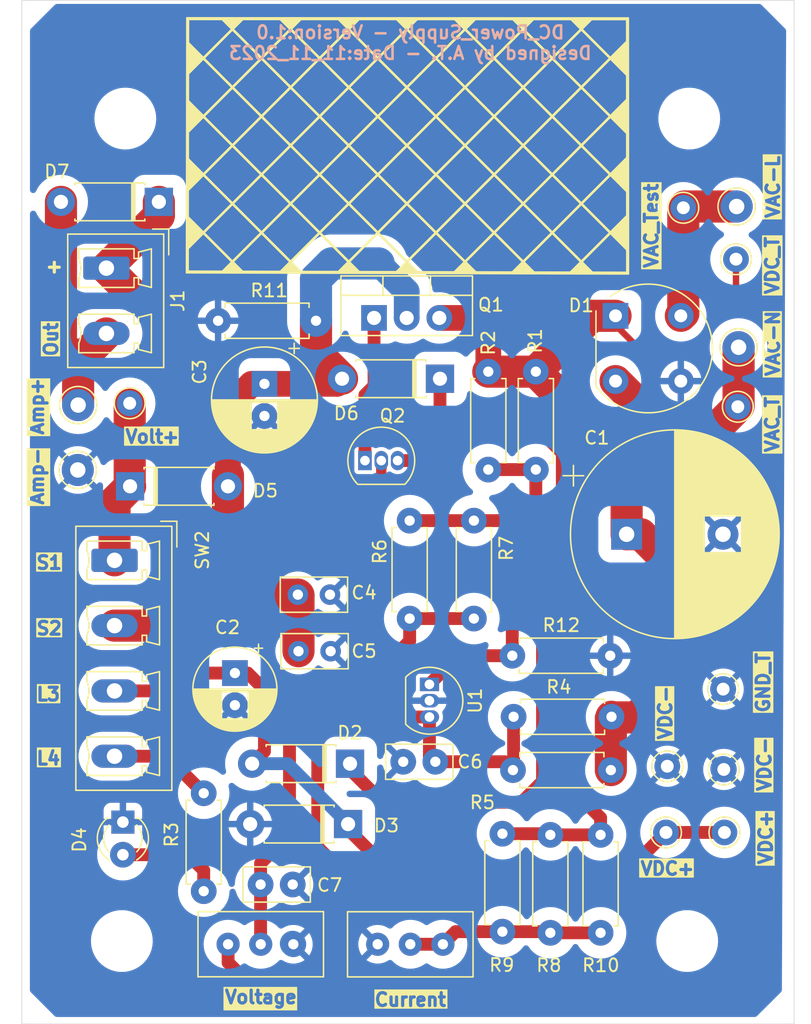
<source format=kicad_pcb>
(kicad_pcb (version 20221018) (generator pcbnew)
  (title_block (title "Linear Power Supply 0 a 24v - 500mA") (rev "1.0"))
  (layers (0 "F.Cu" jumper) (31 "B.Cu" signal) (34 "B.Paste" user) (35 "F.Paste" user) (36 "B.SilkS" user "B.Silkscreen") (37 "F.SilkS" user "F.Silkscreen") (38 "B.Mask" user) (39 "F.Mask" user) (44 "Edge.Cuts" user))
  (net 0 "")
  (net 1 "32VDC")
  (net 2 "GND")
  (net 3 "24VAC-N")
  (net 4 "24VAC-F")
  (net 5 "Net-(Q1-B)")
  (net 6 "Net-(D4-A)")
  (net 7 "Net-(R10-Pad2)")
  (net 8 "Net-(D2-K)")
  (net 9 "Net-(U1-K)")
  (net 10 "Net-(Q2-B)")
  (net 11 "Net-(D6-K)")
  (net 12 "Net-(U1-REF)")
  (net 13 "/SW+")
  (net 14 "/SW_Led")
  (net 15 "Net-(D5-A)")
  (net 16 "Net-(D5-K)")
  (net 17 "Net-(D7-K)")
  (net 18 "Net-(D7-A)")
  (footprint "TestPoint:TestPoint_THTPad_D2.0mm_Drill1.0mm" (layer "F.Cu") (at 186.826 63.54 90)
    (fp_text reference "TP1" hide)
    (fp_text value "VDC_Test")
    (pad "1" thru_hole circle (at 0 0 90) (size 2 2) (drill 1) (layers "*.Cu" "*.Mask") (net 1 "32VDC"))
  )
  (footprint "Diode_THT:D_DO-41_SOD81_P7.62mm_Horizontal" (layer "F.Cu") (at 156.786 102.79 180)
    (fp_text reference "D2" (at 0.01 2.4) (layer "F.SilkS"))
    (fp_text value "12v")
    (pad "1" thru_hole rect (at 0 0 180) (size 2.2 2.2) (drill 1.1) (layers "*.Cu" "*.Mask") (net 8 "Net-(D2-K)"))
    (pad "2" thru_hole oval (at 7.62 0 180) (size 2.2 2.2) (drill 1.1) (layers "*.Cu" "*.Mask") (net 13 "/SW+"))
  )
  (footprint "MountingHole:MountingHole_4.3mm_M4" (layer "F.Cu") (at 139.296 52.6)
    (fp_text reference "REF**" hide)
    (fp_text value "MountingHole_4.3mm_M4")
    (pad "" np_thru_hole circle (at 0 0) (size 4.3 4.3) (drill 4.3) (layers "*.Cu" "*.Mask"))
  )
  (footprint "TestPoint:TestPoint_THTPad_D2.5mm_Drill1.2mm" (layer "F.Cu") (at 187.026 70.39 90)
    (fp_text reference "TP4" hide)
    (fp_text value "VAC-N")
    (pad "1" thru_hole circle (at 0 0 90) (size 2.5 2.5) (drill 1.2) (layers "*.Cu" "*.Mask") (net 3 "24VAC-N"))
  )
  (footprint "Resistor_THT:R_Axial_DIN0207_L6.3mm_D2.5mm_P7.62mm_Horizontal" (layer "F.Cu") (at 167.547777 79.90918 90)
    (fp_text reference "R2" (at 9.86 0 90) (layer "F.SilkS"))
    (fp_text value "2k2")
    (pad "1" thru_hole circle (at 0 0 90) (size 2 2) (drill 0.8) (layers "*.Cu" "*.Mask") (net 8 "Net-(D2-K)"))
    (pad "2" thru_hole oval (at 7.62 0 90) (size 2 2) (drill 0.8) (layers "*.Cu" "*.Mask") (net 1 "32VDC"))
  )
  (footprint "Package_TO_SOT_THT:TO-220-3_Vertical" (layer "F.Cu") (at 158.656 68.11)
    (fp_text reference "Q1" (at 9.091777 -1.02082) (layer "F.SilkS"))
    (fp_text value "TIP32C")
    (pad "1" thru_hole rect (at 0 0) (size 2 2) (drill 1.1) (layers "*.Cu" "*.Mask") (net 5 "Net-(Q1-B)"))
    (pad "2" thru_hole oval (at 2.54 0) (size 2 2) (drill 1.1) (layers "*.Cu" "*.Mask") (net 15 "Net-(D5-A)"))
    (pad "3" thru_hole oval (at 5.08 0) (size 2 2) (drill 1.1) (layers "*.Cu" "*.Mask") (net 1 "32VDC"))
  )
  (footprint "Capacitor_THT:CP_Radial_D6.3mm_P2.50mm" (layer "F.Cu") (at 147.826 95.74 -90)
    (fp_text reference "C2" (at -3.55082 0.578223) (layer "F.SilkS"))
    (fp_text value "100uFx25v")
    (pad "1" thru_hole rect (at 0 0 270) (size 2 2) (drill 0.8) (layers "*.Cu" "*.Mask") (net 13 "/SW+"))
    (pad "2" thru_hole circle (at 2.5 0 270) (size 2 2) (drill 0.8) (layers "*.Cu" "*.Mask") (net 2 "GND"))
  )
  (footprint "Resistor_THT:R_Axial_DIN0207_L6.3mm_D2.5mm_P7.62mm_Horizontal" (layer "F.Cu") (at 145.397777 105.08918 -90)
    (fp_text reference "R3" (at 3.23 2.51 -270) (layer "F.SilkS"))
    (fp_text value "2k2")
    (pad "1" thru_hole circle (at 0 0 270) (size 2 2) (drill 0.8) (layers "*.Cu" "*.Mask") (net 14 "/SW_Led"))
    (pad "2" thru_hole oval (at 7.62 0 270) (size 2 2) (drill 0.8) (layers "*.Cu" "*.Mask") (net 6 "Net-(D4-A)"))
  )
  (footprint "Diode_THT:D_DO-41_SOD81_P7.62mm_Horizontal" (layer "F.Cu") (at 156.636 107.49 180)
    (fp_text reference "D3" (at -2.981777 -0.11918) (layer "F.SilkS"))
    (fp_text value "12v")
    (pad "1" thru_hole rect (at 0 0 180) (size 2.2 2.2) (drill 1.1) (layers "*.Cu" "*.Mask") (net 13 "/SW+"))
    (pad "2" thru_hole oval (at 7.62 0 180) (size 2.2 2.2) (drill 1.1) (layers "*.Cu" "*.Mask") (net 2 "GND"))
  )
  (footprint "Diode_THT:D_DO-41_SOD81_P7.62mm_Horizontal" (layer "F.Cu") (at 163.786 72.84 180)
    (fp_text reference "D6" (at 7.288223 -2.69918 180) (layer "F.SilkS"))
    (fp_text value "1N4007")
    (pad "1" thru_hole rect (at 0 0 180) (size 2.2 2.2) (drill 1.1) (layers "*.Cu" "*.Mask") (net 11 "Net-(D6-K)"))
    (pad "2" thru_hole oval (at 7.62 0 180) (size 2.2 2.2) (drill 1.1) (layers "*.Cu" "*.Mask") (net 15 "Net-(D5-A)"))
  )
  (footprint "Resistor_THT:R_Axial_DIN0207_L6.3mm_D2.5mm_P7.62mm_Horizontal" (layer "F.Cu") (at 169.416 94.39)
    (fp_text reference "R12" (at 3.81 -2.37) (layer "F.SilkS"))
    (fp_text value "10k")
    (pad "1" thru_hole circle (at 0 0) (size 2 2) (drill 0.8) (layers "*.Cu" "*.Mask") (net 12 "Net-(U1-REF)"))
    (pad "2" thru_hole oval (at 7.62 0) (size 2 2) (drill 0.8) (layers "*.Cu" "*.Mask") (net 2 "GND"))
  )
  (footprint "TestPoint:TestPoint_THTPad_D2.0mm_Drill1.0mm" (layer "F.Cu") (at 181.376 108.14)
    (fp_text reference "TP6" hide)
    (fp_text value "VDC+")
    (pad "1" thru_hole circle (at 0 0) (size 2 2) (drill 1) (layers "*.Cu" "*.Mask") (net 13 "/SW+"))
  )
  (footprint "Capacitor_THT:C_Disc_D5.0mm_W2.5mm_P2.50mm" (layer "F.Cu") (at 152.776 94.04)
    (fp_text reference "C5" (at 5.1 0) (layer "F.SilkS"))
    (fp_text value "100pF")
    (pad "1" thru_hole circle (at 0 0) (size 1.6 1.6) (drill 0.8) (layers "*.Cu" "*.Mask") (net 15 "Net-(D5-A)"))
    (pad "2" thru_hole circle (at 2.5 0) (size 1.6 1.6) (drill 0.8) (layers "*.Cu" "*.Mask") (net 2 "GND"))
  )
  (footprint "TestPoint:TestPoint_THTPad_D2.0mm_Drill1.0mm" (layer "F.Cu") (at 182.726 59.54 90)
    (fp_text reference "TP2" hide)
    (fp_text value "VAC-P_Test")
    (pad "1" thru_hole circle (at 0 0 90) (size 2 2) (drill 1) (layers "*.Cu" "*.Mask") (net 4 "24VAC-F"))
  )
  (footprint "TestPoint:TestPoint_THTPad_D2.5mm_Drill1.2mm" (layer "F.Cu") (at 135.597777 79.93918 180)
    (fp_text reference "TP12" hide)
    (fp_text value "Amp-")
    (pad "1" thru_hole circle (at 0 0 180) (size 2.5 2.5) (drill 1.2) (layers "*.Cu" "*.Mask") (net 2 "GND"))
  )
  (footprint "Capacitor_THT:C_Disc_D5.0mm_W2.5mm_P2.50mm" (layer "F.Cu") (at 149.826 112.19)
    (fp_text reference "C7" (at 5.371777 0.04918) (layer "F.SilkS"))
    (fp_text value "10nF")
    (pad "1" thru_hole circle (at 0 0) (size 2 2) (drill 0.8) (layers "*.Cu" "*.Mask") (net 10 "Net-(Q2-B)"))
    (pad "2" thru_hole circle (at 2.5 0) (size 2 2) (drill 0.8) (layers "*.Cu" "*.Mask") (net 2 "GND"))
  )
  (footprint "Resistor_THT:R_Axial_DIN0207_L6.3mm_D2.5mm_P7.62mm_Horizontal" (layer "F.Cu") (at 177.136 99.14 180)
    (fp_text reference "R4" (at 4.1 2.31) (layer "F.SilkS"))
    (fp_text value "2k2")
    (pad "1" thru_hole circle (at 0 0 180) (size 2 2) (drill 0.8) (layers "*.Cu" "*.Mask") (net 1 "32VDC"))
    (pad "2" thru_hole oval (at 7.62 0 180) (size 2 2) (drill 0.8) (layers "*.Cu" "*.Mask") (net 9 "Net-(U1-K)"))
  )
  (footprint "Connector_Phoenix_MC_HighVoltage:PhoenixContact_MCV_1,5_4-G-5.08_1x04_P5.08mm_Vertical" (layer "F.Cu") (at 138.457777 86.96918 -90)
    (fp_text reference "SW2" (at -0.79 -6.83 -90) (layer "F.SilkS"))
    (fp_text value "SW_ON_OFF")
    (pad "1" thru_hole roundrect (at 0 0 270) (size 1.8 3.6) (drill 1.2) (layers "*.Cu" "*.Mask") (roundrect_rratio 0.1388888889) (net 16 "Net-(D5-K)"))
    (pad "2" thru_hole oval (at 5.08 0 270) (size 1.8 3.6) (drill 1.2) (layers "*.Cu" "*.Mask") (net 17 "Net-(D7-K)"))
    (pad "3" thru_hole oval (at 10.16 0 270) (size 1.8 3.6) (drill 1.2) (layers "*.Cu" "*.Mask") (net 13 "/SW+"))
    (pad "4" thru_hole oval (at 15.24 0 270) (size 1.8 3.6) (drill 1.2) (layers "*.Cu" "*.Mask") (net 14 "/SW_Led"))
  )
  (footprint "Diode_THT:D_DO-41_SOD81_P7.62mm_Horizontal" (layer "F.Cu") (at 139.666 81.20918)
    (fp_text reference "D5" (at 10.531777 0.34918) (layer "F.SilkS"))
    (fp_text value "1N5819")
    (pad "1" thru_hole rect (at 0 0) (size 2.2 2.2) (drill 1.1) (layers "*.Cu" "*.Mask") (net 16 "Net-(D5-K)"))
    (pad "2" thru_hole oval (at 7.62 0) (size 2.2 2.2) (drill 1.1) (layers "*.Cu" "*.Mask") (net 15 "Net-(D5-A)"))
  )
  (footprint "TestPoint:TestPoint_THTPad_D2.0mm_Drill1.0mm" (layer "F.Cu") (at 185.826 96.99 90)
    (fp_text reference "TP10" hide)
    (fp_text value "GND_Test")
    (pad "1" thru_hole circle (at 0 0 90) (size 2 2) (drill 1) (layers "*.Cu" "*.Mask") (net 2 "GND"))
  )
  (footprint "TestPoint:TestPoint_THTPad_D2.0mm_Drill1.0mm" (layer "F.Cu") (at 185.876 103.24 180)
    (fp_text reference "TP9" hide)
    (fp_text value "VDC-")
    (pad "1" thru_hole circle (at 0 0 180) (size 2 2) (drill 1) (layers "*.Cu" "*.Mask") (net 2 "GND"))
  )
  (footprint "Resistor_THT:R_Axial_DIN0207_L6.3mm_D2.5mm_P7.62mm_Horizontal" (layer "F.Cu") (at 172.376 108.33 -90)
    (fp_text reference "R8" (at 10.15 0.11 -180) (layer "F.SilkS"))
    (fp_text value "10k")
    (pad "1" thru_hole circle (at 0 0 270) (size 2 2) (drill 0.8) (layers "*.Cu" "*.Mask") (net 11 "Net-(D6-K)"))
    (pad "2" thru_hole oval (at 7.62 0 270) (size 2 2) (drill 0.8) (layers "*.Cu" "*.Mask") (net 7 "Net-(R10-Pad2)"))
  )
  (footprint "LED_THT:LED_D3.0mm" (layer "F.Cu") (at 139.107777 107.33418 -90)
    (fp_text reference "D4" (at 1.385 3.38 -270) (layer "F.SilkS"))
    (fp_text value "LED_ON")
    (pad "1" thru_hole rect (at 0 0 270) (size 1.8 1.8) (drill 0.9) (layers "*.Cu" "*.Mask") (net 2 "GND"))
    (pad "2" thru_hole circle (at 2.54 0 270) (size 2 2) (drill 0.9) (layers "*.Cu" "*.Mask") (net 6 "Net-(D4-A)"))
  )
  (footprint "Resistor_THT:R_Axial_DIN0207_L6.3mm_D2.5mm_P7.62mm_Horizontal" (layer "F.Cu") (at 161.426 91.5 90)
    (fp_text reference "R6" (at 5.21082 -2.328223 90) (layer "F.SilkS"))
    (fp_text value "200k")
    (pad "1" thru_hole circle (at 0 0 90) (size 2 2) (drill 0.8) (layers "*.Cu" "*.Mask") (net 9 "Net-(U1-K)"))
    (pad "2" thru_hole oval (at 7.62 0 90) (size 2 2) (drill 0.8) (layers "*.Cu" "*.Mask") (net 12 "Net-(U1-REF)"))
  )
  (footprint "Diode_THT:Diode_Bridge_Round_D9.8mm" (layer "F.Cu") (at 177.451 67.945)
    (fp_text reference "D1" (at -2.675 -0.805) (layer "F.SilkS"))
    (fp_text value "W02G")
    (pad "1" thru_hole rect (at 0 0) (size 2 2) (drill 1) (layers "*.Cu" "*.Mask") (net 1 "32VDC"))
    (pad "2" thru_hole oval (at 0 5.08) (size 2 2) (drill 1) (layers "*.Cu" "*.Mask") (net 3 "24VAC-N"))
    (pad "3" thru_hole oval (at 5.08 5.08) (size 2 2) (drill 1) (layers "*.Cu" "*.Mask") (net 2 "GND"))
    (pad "4" thru_hole oval (at 5.08 0) (size 2 2) (drill 1) (layers "*.Cu" "*.Mask") (net 4 "24VAC-F"))
  )
  (footprint "Capacitor_THT:C_Disc_D5.0mm_W2.5mm_P2.50mm" (layer "F.Cu") (at 152.726 89.64)
    (fp_text reference "C4" (at 5.15 -0.15) (layer "F.SilkS"))
    (fp_text value "100nF")
    (pad "1" thru_hole circle (at 0 0) (size 1.6 1.6) (drill 0.8) (layers "*.Cu" "*.Mask") (net 15 "Net-(D5-A)"))
    (pad "2" thru_hole circle (at 2.5 0) (size 1.6 1.6) (drill 0.8) (layers "*.Cu" "*.Mask") (net 2 "GND"))
  )
  (footprint "MountingHole:MountingHole_4.3mm_M4" (layer "F.Cu") (at 183.186 52.6)
    (fp_text reference "REF**" hide)
    (fp_text value "MountingHole_4.3mm_M4")
    (pad "" np_thru_hole circle (at 0 0) (size 4.3 4.3) (drill 4.3) (layers "*.Cu" "*.Mask"))
  )
  (footprint "Resistor_THT:R_Axial_DIN0207_L6.3mm_D2.5mm_P7.62mm_Horizontal" (layer "F.Cu") (at 154.137777 68.32918 180)
    (fp_text reference "R11" (at 3.65 2.35) (layer "F.SilkS"))
    (fp_text value "10k")
    (pad "1" thru_hole circle (at 0 0 180) (size 2 2) (drill 0.8) (layers "*.Cu" "*.Mask") (net 15 "Net-(D5-A)"))
    (pad "2" thru_hole oval (at 7.62 0 180) (size 2 2) (drill 0.8) (layers "*.Cu" "*.Mask") (net 2 "GND"))
  )
  (footprint "Capacitor_THT:C_Disc_D5.0mm_W2.5mm_P2.50mm" (layer "F.Cu") (at 163.426 102.64 180)
    (fp_text reference "C6" (at -2.7 0) (layer "F.SilkS"))
    (fp_text value "10nF")
    (pad "1" thru_hole circle (at 0 0 180) (size 2 2) (drill 0.8) (layers "*.Cu" "*.Mask") (net 9 "Net-(U1-K)"))
    (pad "2" thru_hole circle (at 2.5 0 180) (size 2 2) (drill 0.8) (layers "*.Cu" "*.Mask") (net 2 "GND"))
  )
  (footprint "Package_TO_SOT_THT:TO-92_Inline" (layer "F.Cu") (at 157.947777 79.20918)
    (fp_text reference "Q2" (at 2.14 -3.48) (layer "F.SilkS"))
    (fp_text value "BC337")
    (pad "1" thru_hole rect (at 0 0) (size 1.05 1.5) (drill 0.75) (layers "*.Cu" "*.Mask") (net 5 "Net-(Q1-B)"))
    (pad "2" thru_hole oval (at 1.27 0) (size 1.05 1.5) (drill 0.75) (layers "*.Cu" "*.Mask") (net 10 "Net-(Q2-B)"))
    (pad "3" thru_hole oval (at 2.54 0) (size 1.05 1.5) (drill 0.75) (layers "*.Cu" "*.Mask") (net 11 "Net-(D6-K)"))
  )
  (footprint "TestPoint:TestPoint_THTPad_D2.0mm_Drill1.0mm" (layer "F.Cu") (at 185.926 108.14)
    (fp_text reference "TP5" hide)
    (fp_text value "VDC+")
    (pad "1" thru_hole circle (at 0 0) (size 2 2) (drill 1) (layers "*.Cu" "*.Mask") (net 13 "/SW+"))
  )
  (footprint "Capacitor_THT:CP_Radial_D8.0mm_P2.50mm" (layer "F.Cu") (at 150.126 73.24 -90)
    (fp_text reference "C3" (at -0.93082 5.048223 90) (layer "F.SilkS"))
    (fp_text value "100uF/50v")
    (pad "1" thru_hole rect (at 0 0 270) (size 2 2) (drill 0.8) (layers "*.Cu" "*.Mask") (net 15 "Net-(D5-A)"))
    (pad "2" thru_hole circle (at 2.5 0 270) (size 2 2) (drill 0.8) (layers "*.Cu" "*.Mask") (net 2 "GND"))
  )
  (footprint "MountingHole:MountingHole_4.3mm_M4" (layer "F.Cu") (at 139.026 116.59)
    (fp_text reference "REF**" hide)
    (fp_text value "MountingHole_4.3mm_M4")
    (pad "" np_thru_hole circle (at 0 0) (size 4.3 4.3) (drill 4.3) (layers "*.Cu" "*.Mask"))
  )
  (footprint "TestPoint:TestPoint_THTPad_D2.0mm_Drill1.0mm" (layer "F.Cu") (at 181.476 102.99)
    (fp_text reference "TP8" hide)
    (fp_text value "VDC-")
    (pad "1" thru_hole circle (at 0 0) (size 2 2) (drill 1) (layers "*.Cu" "*.Mask") (net 2 "GND"))
  )
  (footprint "Resistor_THT:R_Axial_DIN0207_L6.3mm_D2.5mm_P7.62mm_Horizontal" (layer "F.Cu") (at 177.086 103.29 180)
    (fp_text reference "R5" (at 9.998223 -2.51918) (layer "F.SilkS"))
    (fp_text value "10k")
    (pad "1" thru_hole circle (at 0 0 180) (size 2 2) (drill 0.8) (layers "*.Cu" "*.Mask") (net 1 "32VDC"))
    (pad "2" thru_hole oval (at 7.62 0 180) (size 2 2) (drill 0.8) (layers "*.Cu" "*.Mask") (net 9 "Net-(U1-K)"))
  )
  (footprint "Connector_Phoenix_MC_HighVoltage:PhoenixContact_MCV_1,5_2-G-5.08_1x02_P5.08mm_Vertical" (layer "F.Cu") (at 137.825277 64.23668 -90)
    (fp_text reference "J1" (at 2.54 -5.55 -90) (layer "F.SilkS"))
    (fp_text value "Output")
    (pad "1" thru_hole roundrect (at 0 0 270) (size 1.8 3.6) (drill 1.2) (layers "*.Cu" "*.Mask") (roundrect_rratio 0.1388888889) (net 17 "Net-(D7-K)"))
    (pad "2" thru_hole oval (at 5.08 0 270) (size 1.8 3.6) (drill 1.2) (layers "*.Cu" "*.Mask") (net 18 "Net-(D7-A)"))
  )
  (footprint "Capacitor_THT:CP_Radial_D16.0mm_P7.50mm" (layer "F.Cu") (at 178.313246 84.94)
    (fp_text reference "C1" (at -2.315469 -7.50082) (layer "F.SilkS"))
    (fp_text value "2200uF x 50V")
    (pad "1" thru_hole rect (at 0 0) (size 2.4 2.4) (drill 1.2) (layers "*.Cu" "*.Mask") (net 1 "32VDC"))
    (pad "2" thru_hole circle (at 7.5 0) (size 2.4 2.4) (drill 1.2) (layers "*.Cu" "*.Mask") (net 2 "GND"))
  )
  (footprint "Resistor_THT:R_Axial_DIN0207_L6.3mm_D2.5mm_P7.62mm_Horizontal" (layer "F.Cu") (at 168.646 108.24 -90)
    (fp_text reference "R9" (at 10.22 0.05 -180) (layer "F.SilkS"))
    (fp_text value "10k")
    (pad "1" thru_hole circle (at 0 0 270) (size 2 2) (drill 0.8) (layers "*.Cu" "*.Mask") (net 11 "Net-(D6-K)"))
    (pad "2" thru_hole oval (at 7.62 0 270) (size 2 2) (drill 0.8) (layers "*.Cu" "*.Mask") (net 7 "Net-(R10-Pad2)"))
  )
  (footprint "TestPoint:TestPoint_THTPad_D2.0mm_Drill1.0mm" (layer "F.Cu") (at 186.967777 75.01918 90)
    (fp_text reference "TP7" hide)
    (fp_text value "VAC-N_Test")
    (pad "1" thru_hole circle (at 0 0 90) (size 2 2) (drill 1) (layers "*.Cu" "*.Mask") (net 3 "24VAC-N"))
  )
  (footprint "Resistor_THT:R_Axial_DIN0207_L6.3mm_D2.5mm_P7.62mm_Horizontal" (layer "F.Cu") (at 176.286 108.33 -90)
    (fp_text reference "R10" (at 10.15 -0.02 -180) (layer "F.SilkS"))
    (fp_text value "10k*")
    (pad "1" thru_hole circle (at 0 0 270) (size 2 2) (drill 0.8) (layers "*.Cu" "*.Mask") (net 11 "Net-(D6-K)"))
    (pad "2" thru_hole oval (at 7.62 0 270) (size 2 2) (drill 0.8) (layers "*.Cu" "*.Mask") (net 7 "Net-(R10-Pad2)"))
  )
  (footprint "Diode_THT:D_DO-41_SOD81_P7.62mm_Horizontal" (layer "F.Cu") (at 141.907777 59.07918 180)
    (fp_text reference "D7" (at 7.94 2.36) (layer "F.SilkS"))
    (fp_text value "1N4007")
    (pad "1" thru_hole rect (at 0 0 180) (size 2.2 2.2) (drill 1.1) (layers "*.Cu" "*.Mask") (net 17 "Net-(D7-K)"))
    (pad "2" thru_hole oval (at 7.62 0 180) (size 2.2 2.2) (drill 1.1) (layers "*.Cu" "*.Mask") (net 18 "Net-(D7-A)"))
  )
  (footprint "Potentiometer_THT:Potentiometer_Bourns_3296W_Vertical" (layer "F.Cu") (at 147.296 116.84 180)
    (fp_text reference "RV2" hide)
    (fp_text value "50k")
    (pad "1" thru_hole circle (at 0 0 180) (size 1.8 1.8) (drill 0.8) (layers "*.Cu" "*.Mask") (net 9 "Net-(U1-K)"))
    (pad "2" thru_hole circle (at -2.54 0 180) (size 1.8 1.8) (drill 0.8) (layers "*.Cu" "*.Mask") (net 10 "Net-(Q2-B)"))
    (pad "3" thru_hole circle (at -5.08 0 180) (size 1.8 1.8) (drill 0.8) (layers "*.Cu" "*.Mask") (net 2 "GND"))
  )
  (footprint "TestPoint:TestPoint_THTPad_D2.5mm_Drill1.2mm" (layer "F.Cu") (at 135.626 74.89)
    (fp_text reference "TP13" hide)
    (fp_text value "Amp+")
    (pad "1" thru_hole circle (at 0 0) (size 2.5 2.5) (drill 1.2) (layers "*.Cu" "*.Mask") (net 18 "Net-(D7-A)"))
  )
  (footprint "Package_TO_SOT_THT:TO-92_Inline" (layer "F.Cu") (at 162.966 96.62 -90)
    (fp_text reference "U1" (at 1.27 -3.56 90) (layer "F.SilkS"))
    (fp_text value "TL431LP")
    (pad "1" thru_hole rect (at 0 0 270) (size 1.05 1.5) (drill 0.75) (layers "*.Cu" "*.Mask") (net 12 "Net-(U1-REF)"))
    (pad "2" thru_hole oval (at 1.27 0 270) (size 1.05 1.5) (drill 0.75) (layers "*.Cu" "*.Mask") (net 2 "GND"))
    (pad "3" thru_hole oval (at 2.54 0 270) (size 1.05 1.5) (drill 0.75) (layers "*.Cu" "*.Mask") (net 9 "Net-(U1-K)"))
  )
  (footprint "Resistor_THT:R_Axial_DIN0207_L6.3mm_D2.5mm_P7.62mm_Horizontal" (layer "F.Cu") (at 171.247777 79.90918 90)
    (fp_text reference "R1" (at 10.01 -0.05 90) (layer "F.SilkS"))
    (fp_text value "2k2")
    (pad "1" thru_hole circle (at 0 0 90) (size 2 2) (drill 0.8) (layers "*.Cu" "*.Mask") (net 8 "Net-(D2-K)"))
    (pad "2" thru_hole oval (at 7.62 0 90) (size 2 2) (drill 0.8) (layers "*.Cu" "*.Mask") (net 1 "32VDC"))
  )
  (footprint "MountingHole:MountingHole_4.3mm_M4" (layer "F.Cu") (at 183.026 116.59)
    (fp_text reference "REF**" hide)
    (fp_text value "MountingHole_4.3mm_M4")
    (pad "" np_thru_hole circle (at 0 0) (size 4.3 4.3) (drill 4.3) (layers "*.Cu" "*.Mask"))
  )
  (footprint "Potentiometer_THT:Potentiometer_Bourns_3296W_Vertical" (layer "F.Cu") (at 164.016 116.84)
    (fp_text reference "RV3" hide)
    (fp_text value "1M")
    (pad "1" thru_hole circle (at 0 0) (size 1.8 1.8) (drill 0.8) (layers "*.Cu" "*.Mask") (net 7 "Net-(R10-Pad2)"))
    (pad "2" thru_hole circle (at -2.54 0) (size 1.8 1.8) (drill 0.8) (layers "*.Cu" "*.Mask") (net 7 "Net-(R10-Pad2)"))
    (pad "3" thru_hole circle (at -5.08 0) (size 1.8 1.8) (drill 0.8) (layers "*.Cu" "*.Mask") (net 2 "GND"))
  )
  (footprint "TestPoint:TestPoint_THTPad_D2.5mm_Drill1.2mm" (layer "F.Cu") (at 186.876 59.44 90)
    (fp_text reference "TP3" hide)
    (fp_text value "VAC-P")
    (pad "1" thru_hole circle (at 0 0 90) (size 2.5 2.5) (drill 1.2) (layers "*.Cu" "*.Mask") (net 4 "24VAC-F"))
  )
  (footprint "Resistor_THT:R_Axial_DIN0207_L6.3mm_D2.5mm_P7.62mm_Horizontal" (layer "F.Cu") (at 166.426 91.5 90)
    (fp_text reference "R7" (at 5.46082 2.521777 90) (layer "F.SilkS"))
    (fp_text value "200k")
    (pad "1" thru_hole circle (at 0 0 90) (size 2 2) (drill 0.8) (layers "*.Cu" "*.Mask") (net 9 "Net-(U1-K)"))
    (pad "2" thru_hole oval (at 7.62 0 90) (size 2 2) (drill 0.8) (layers "*.Cu" "*.Mask") (net 12 "Net-(U1-REF)"))
  )
  (footprint "TestPoint:TestPoint_THTPad_D2.0mm_Drill1.0mm" (layer "F.Cu") (at 139.637777 74.74918)
    (fp_text reference "TP11" hide)
    (fp_text value "Volt+")
    (pad "1" thru_hole circle (at 0 0) (size 2 2) (drill 1) (layers "*.Cu" "*.Mask") (net 16 "Net-(D5-K)"))
  )
  (gr_rect (start 131.247777 43.39918) (end 191.347777 123.03918) (stroke (width 0.05)) (fill none) (layer "Edge.Cuts"))
  (gr_text "DC_Power_Supply - Version:1.0\nDesigned by A.T. - Date:11_11_2023" (at 161.476 48.09) (layer "B.SilkS") (effects (font (size 1 1) (thickness 0.2) bold) (justify bottom mirror)))
  (gr_text "GND_T" (at 189.526 98.94 90) (layer "F.SilkS" knockout) (effects (font (size 1 1) (thickness 0.25) bold) (justify left bottom)))
  (gr_text "Amp+" (at 133.007777 77.31918 90) (layer "F.SilkS" knockout) (effects (font (size 1 1) (thickness 0.25) bold) (justify left bottom)))
  (gr_text "L3" (at 132.257777 97.97918) (layer "F.SilkS" knockout) (effects (font (size 1 1) (thickness 0.25) bold) (justify left bottom)))
  (gr_text "VDC-" (at 181.907777 101.02918 90) (layer "F.SilkS" knockout) (effects (font (size 1 1) (thickness 0.25) bold) (justify left bottom)))
  (gr_text "Volt+" (at 139.187777 77.93918) (layer "F.SilkS" knockout) (effects (font (size 1 1) (thickness 0.25) bold) (justify left bottom)))
  (gr_text "VDC_T" (at 190.237777 66.37918 90) (layer "F.SilkS" knockout) (effects (font (size 1 1) (thickness 0.25) bold) (justify left bottom)))
  (gr_text "Out" (at 134.107777 71.20918 90) (layer "F.SilkS" knockout) (effects (font (size 1 1) (thickness 0.25) bold) (justify left bottom)))
  (gr_text "Current" (at 158.576 121.74) (layer "F.SilkS" knockout) (effects (font (size 1 1) (thickness 0.25) bold) (justify left bottom)))
  (gr_text "+" (at 132.987777 64.67918) (layer "F.SilkS") (effects (font (size 1 1) (thickness 0.25) bold) (justify left bottom)))
  (gr_text "VAC-N" (at 190.287777 72.75918 90) (layer "F.SilkS" knockout) (effects (font (size 1 1) (thickness 0.25) bold) (justify left bottom)))
  (gr_text "VAC_Test" (at 180.826 64.34 90) (layer "F.SilkS" knockout) (effects (font (size 1 1) (thickness 0.25) bold) (justify left bottom)))
  (gr_text "VDC-" (at 189.626 105.04 90) (layer "F.SilkS" knockout) (effects (font (size 1 1) (thickness 0.25) bold) (justify left bottom)))
  (gr_text "VAC_T" (at 190.237777 78.67918 90) (layer "F.SilkS" knockout) (effects (font (size 1 1) (thickness 0.25) bold) (justify left bottom)))
  (gr_text "S2\n" (at 132.257777 92.84918) (layer "F.SilkS" knockout) (effects (font (size 1 1) (thickness 0.25) bold) (justify left bottom)))
  (gr_text "Voltage" (at 146.926 121.54) (layer "F.SilkS" knockout) (effects (font (size 1 1) (thickness 0.25) bold) (justify left bottom)))
  (gr_text "VDC+" (at 179.276 111.54) (layer "F.SilkS" knockout) (effects (font (size 1 1) (thickness 0.25) bold) (justify left bottom)))
  (gr_text "Amp-" (at 133.007777 82.75918 90) (layer "F.SilkS" knockout) (effects (font (size 1 1) (thickness 0.25) bold) (justify left bottom)))
  (gr_text "VAC-L" (at 190.287777 60.45918 90) (layer "F.SilkS" knockout) (effects (font (size 1 1) (thickness 0.25) bold) (justify left bottom)))
  (gr_text "VDC+" (at 189.726 110.74 90) (layer "F.SilkS" knockout) (effects (font (size 1 1) (thickness 0.25) bold) (justify left bottom)))
  (gr_text "L4" (at 132.257777 102.95918) (layer "F.SilkS" knockout) (effects (font (size 1 1) (thickness 0.25) bold) (justify left bottom)))
  (gr_text "S1" (at 132.247777 87.73918) (layer "F.SilkS" knockout) (effects (font (size 1 1) (thickness 0.25) bold) (justify left bottom)))
  (segment (start 166.668597 68.11) (end 167.557777 68.99918) (width 2) (layer "F.Cu") (net 1))
  (segment (start 176.327777 78.59862) (end 176.327777 77.27918) (width 2.5) (layer "F.Cu") (net 1))
  (segment (start 171.247777 72.28918) (end 167.547777 72.28918) (width 2.5) (layer "F.Cu") (net 1))
  (segment (start 177.451 67.945) (end 177.451 68.665) (width 0.5) (layer "F.Cu") (net 1))
  (segment (start 177.086 103.29) (end 177.086 99.29) (width 2.5) (layer "F.Cu") (net 1))
  (segment (start 181.317777 96.94918) (end 179.076957 99.19) (width 2.5) (layer "F.Cu") (net 1))
  (segment (start 167.547777 69.00918) (end 167.547777 72.28918) (width 2) (layer "F.Cu") (net 1))
  (segment (start 179.076957 99.19) (end 177.186 99.19) (width 2.5) (layer "F.Cu") (net 1))
  (segment (start 182.986957 70.74) (end 186.826 66.900957) (width 0.5) (layer "F.Cu") (net 1))
  (segment (start 179.418597 84.94) (end 181.317777 86.83918) (width 2.5) (layer "F.Cu") (net 1))
  (segment (start 181.317777 86.83918) (end 181.317777 96.94918) (width 2.5) (layer "F.Cu") (net 1))
  (segment (start 177.186 99.19) (end 177.136 99.14) (width 2.5) (layer "F.Cu") (net 1))
  (segment (start 167.557777 68.99918) (end 167.547777 69.00918) (width 2) (layer "F.Cu") (net 1))
  (segment (start 178.313246 84.94) (end 179.418597 84.94) (width 2.5) (layer "F.Cu") (net 1))
  (segment (start 178.313246 80.584089) (end 176.327777 78.59862) (width 2.5) (layer "F.Cu") (net 1))
  (segment (start 176.327777 77.27918) (end 176.237777 77.27918) (width 2.5) (layer "F.Cu") (net 1))
  (segment (start 177.086 99.29) (end 177.186 99.19) (width 2.5) (layer "F.Cu") (net 1))
  (segment (start 177.451 67.945) (end 175.591957 67.945) (width 2.5) (layer "F.Cu") (net 1))
  (segment (start 175.591957 67.945) (end 171.247777 72.28918) (width 2.5) (layer "F.Cu") (net 1))
  (segment (start 179.526 70.74) (end 182.986957 70.74) (width 0.5) (layer "F.Cu") (net 1))
  (segment (start 176.237777 77.27918) (end 171.247777 72.28918) (width 2.5) (layer "F.Cu") (net 1))
  (segment (start 178.313246 84.94) (end 178.313246 80.584089) (width 2.5) (layer "F.Cu") (net 1))
  (segment (start 163.736 68.11) (end 166.668597 68.11) (width 2) (layer "F.Cu") (net 1))
  (segment (start 177.451 68.665) (end 179.526 70.74) (width 0.5) (layer "F.Cu") (net 1))
  (segment (start 186.826 66.900957) (end 186.826 63.54) (width 0.5) (layer "F.Cu") (net 1))
  (segment (start 185.813246 96.977246) (end 185.826 96.99) (width 2) (layer "B.Cu") (net 2))
  (segment (start 152.326 116.79) (end 152.376 116.84) (width 2) (layer "B.Cu") (net 2))
  (segment (start 185.826 103.19) (end 185.876 103.24) (width 2) (layer "B.Cu") (net 2))
  (segment (start 187.026 74.960957) (end 186.967777 75.01918) (width 2.5) (layer "F.Cu") (net 3))
  (segment (start 187.026 70.39) (end 187.026 74.960957) (width 2.5) (layer "F.Cu") (net 3))
  (segment (start 184.907777 77.07918) (end 180.097777 77.07918) (width 2.5) (layer "F.Cu") (net 3))
  (segment (start 180.097777 75.671777) (end 177.451 73.025) (width 2.5) (layer "F.Cu") (net 3))
  (segment (start 186.967777 75.01918) (end 184.907777 77.07918) (width 2.5) (layer "F.Cu") (net 3))
  (segment (start 180.097777 77.07918) (end 180.097777 75.671777) (width 2.5) (layer "F.Cu") (net 3))
  (segment (start 182.726 59.54) (end 182.726 67.75) (width 2.5) (layer "F.Cu") (net 4))
  (segment (start 182.726 67.75) (end 182.531 67.945) (width 2.5) (layer "F.Cu") (net 4))
  (segment (start 182.826 59.44) (end 182.726 59.54) (width 2.5) (layer "F.Cu") (net 4))
  (segment (start 186.876 59.44) (end 182.826 59.44) (width 2.5) (layer "F.Cu") (net 4))
  (segment (start 158.656 73.39056) (end 157.947777 74.098783) (width 1) (layer "F.Cu") (net 5))
  (segment (start 157.947777 74.098783) (end 157.947777 79.20918) (width 1) (layer "F.Cu") (net 5))
  (segment (start 158.656 68.11) (end 158.656 73.39056) (width 1) (layer "F.Cu") (net 5))
  (segment (start 145.397777 111.08918) (end 145.397777 112.70918) (width 1) (layer "F.Cu") (net 6))
  (segment (start 144.182777 109.87418) (end 145.397777 111.08918) (width 1) (layer "F.Cu") (net 6))
  (segment (start 139.107777 109.87418) (end 144.182777 109.87418) (width 1) (layer "F.Cu") (net 6))
  (segment (start 172.286 115.86) (end 172.376 115.95) (width 1) (layer "F.Cu") (net 7))
  (segment (start 164.996 115.86) (end 164.016 116.84) (width 1) (layer "F.Cu") (net 7))
  (segment (start 164.016 116.84) (end 161.476 116.84) (width 1) (layer "F.Cu") (net 7))
  (segment (start 176.286 115.95) (end 172.376 115.95) (width 1) (layer "F.Cu") (net 7))
  (segment (start 168.646 115.86) (end 172.286 115.86) (width 1) (layer "F.Cu") (net 7))
  (segment (start 168.646 115.86) (end 164.996 115.86) (width 1) (layer "F.Cu") (net 7))
  (segment (start 156.786 103.247403) (end 159.327777 105.78918) (width 1) (layer "F.Cu") (net 8))
  (segment (start 159.327777 105.78918) (end 170.137777 105.78918) (width 1) (layer "F.Cu") (net 8))
  (segment (start 170.137777 105.78918) (end 171.767777 104.15918) (width 1) (layer "F.Cu") (net 8))
  (segment (start 156.786 102.79) (end 156.786 103.247403) (width 1) (layer "F.Cu") (net 8))
  (segment (start 171.767777 104.15918) (end 171.767777 84.15918) (width 1) (layer "F.Cu") (net 8))
  (segment (start 171.767777 84.15918) (end 171.247777 83.63918) (width 1) (layer "F.Cu") (net 8))
  (segment (start 171.247777 79.90918) (end 167.547777 79.90918) (width 1) (layer "F.Cu") (net 8))
  (segment (start 171.247777 83.63918) (end 171.247777 79.90918) (width 1) (layer "F.Cu") (net 8))
  (segment (start 169.566 99.19) (end 169.516 99.14) (width 1) (layer "F.Cu") (net 9))
  (segment (start 161.426 91.5) (end 166.426 91.5) (width 1) (layer "F.Cu") (net 9))
  (segment (start 169.341 99.315) (end 169.516 99.14) (width 1) (layer "F.Cu") (net 9))
  (segment (start 169.516 103.24) (end 169.466 103.29) (width 1) (layer "F.Cu") (net 9))
  (segment (start 162.966 99.16) (end 162.966 102.18) (width 1) (layer "F.Cu") (net 9))
  (segment (start 159.526 99.39) (end 160.326 98.59) (width 1) (layer "F.Cu") (net 9))
  (segment (start 154.276 109.29) (end 155.476 110.49) (width 1) (layer "F.Cu") (net 9))
  (segment (start 154.276 100.94) (end 154.276 109.29) (width 1) (layer "F.Cu") (net 9))
  (segment (start 163.426 102.64) (end 168.816 102.64) (width 1) (layer "F.Cu") (net 9))
  (segment (start 161.426 93.24) (end 160.326 94.34) (width 1) (layer "F.Cu") (net 9))
  (segment (start 161.426 91.5) (end 161.426 93.24) (width 1) (layer "F.Cu") (net 9))
  (segment (start 152.876 119.99) (end 152.676 119.79) (width 1) (layer "F.Cu") (net 9))
  (segment (start 169.516 99.14) (end 169.516 103.24) (width 1) (layer "F.Cu") (net 9))
  (segment (start 162.966 99.16) (end 160.896 99.16) (width 1) (layer "F.Cu") (net 9))
  (segment (start 148.826 119.79) (end 147.296 118.26) (width 1) (layer "F.Cu") (net 9))
  (segment (start 160.326 94.34) (end 160.326 98.59) (width 1) (layer "F.Cu") (net 9))
  (segment (start 155.826 99.39) (end 154.276 100.94) (width 1) (layer "F.Cu") (net 9))
  (segment (start 161.316 91.61) (end 161.256 91.61) (width 1) (layer "F.Cu") (net 9))
  (segment (start 155.826 99.39) (end 159.526 99.39) (width 1) (layer "F.Cu") (net 9))
  (segment (start 161.426 91.5) (end 161.316 91.61) (width 1) (layer "F.Cu") (net 9))
  (segment (start 147.296 118.26) (end 147.296 116.84) (width 1) (layer "F.Cu") (net 9))
  (segment (start 160.896 99.16) (end 160.326 98.59) (width 1) (layer "F.Cu") (net 9))
  (segment (start 155.476 117.39) (end 152.876 119.99) (width 1) (layer "F.Cu") (net 9))
  (segment (start 168.816 102.64) (end 169.466 103.29) (width 1) (layer "F.Cu") (net 9))
  (segment (start 162.966 102.18) (end 163.426 102.64) (width 1) (layer "F.Cu") (net 9))
  (segment (start 152.676 119.79) (end 148.826 119.79) (width 1) (layer "F.Cu") (net 9))
  (segment (start 155.476 110.49) (end 155.476 117.39) (width 1) (layer "F.Cu") (net 9))
  (segment (start 158.176 82.160957) (end 159.257777 81.07918) (width 1) (layer "F.Cu") (net 10))
  (segment (start 152.076 99.19) (end 153.626 97.64) (width 1) (layer "F.Cu") (net 10))
  (segment (start 149.826 112.19) (end 149.826 110.54) (width 1) (layer "F.Cu") (net 10))
  (segment (start 153.626 97.64) (end 156.726 97.64) (width 1) (layer "F.Cu") (net 10))
  (segment (start 159.257777 81.07918) (end 159.217777 81.03918) (width 1) (layer "F.Cu") (net 10))
  (segment (start 159.217777 79.777658) (end 159.247777 79.747658) (width 0.8) (layer "F.Cu") (net 10))
  (segment (start 149.826 112.19) (end 149.826 116.83) (width 1) (layer "F.Cu") (net 10))
  (segment (start 159.217777 81.03918) (end 159.217777 79.777658) (width 0.8) (layer "F.Cu") (net 10))
  (segment (start 158.176 96.19) (end 158.176 82.160957) (width 1) (layer "F.Cu") (net 10))
  (segment (start 152.076 108.29) (end 152.076 99.19) (width 1) (layer "F.Cu") (net 10))
  (segment (start 149.826 110.54) (end 152.076 108.29) (width 1) (layer "F.Cu") (net 10))
  (segment (start 149.826 116.83) (end 149.836 116.84) (width 1) (layer "F.Cu") (net 10))
  (segment (start 156.726 97.64) (end 158.176 96.19) (width 1) (layer "F.Cu") (net 10))
  (segment (start 163.828597 72.84) (end 163.786 72.84) (width 1) (layer "F.Cu") (net 11))
  (segment (start 168.646 108.24) (end 172.286 108.24) (width 1) (layer "F.Cu") (net 11))
  (segment (start 173.307777 83.22918) (end 173.307777 78.61918) (width 1) (layer "F.Cu") (net 11))
  (segment (start 173.307777 78.61918) (end 171.807777 77.11918) (width 1) (layer "F.Cu") (net 11))
  (segment (start 163.786 77.11918) (end 163.786 72.84) (width 1) (layer "F.Cu") (net 11))
  (segment (start 176.286 108.33) (end 172.376 108.33) (width 1) (layer "F.Cu") (net 11))
  (segment (start 174.076 83.997403) (end 173.307777 83.22918) (width 1) (layer "F.Cu") (net 11))
  (segment (start 176.286 108.33) (end 176.286 107) (width 1) (layer "F.Cu") (net 11))
  (segment (start 176.286 107) (end 174.076 104.79) (width 1) (layer "F.Cu") (net 11))
  (segment (start 163.017777 79.20918) (end 163.786 78.440957) (width 1) (layer "F.Cu") (net 11))
  (segment (start 160.487777 79.20918) (end 163.017777 79.20918) (width 1) (layer "F.Cu") (net 11))
  (segment (start 163.786 78.440957) (end 163.786 77.11918) (width 1) (layer "F.Cu") (net 11))
  (segment (start 172.286 108.24) (end 172.376 108.33) (width 1) (layer "F.Cu") (net 11))
  (segment (start 171.807777 77.11918) (end 163.786 77.11918) (width 1) (layer "F.Cu") (net 11))
  (segment (start 174.076 104.79) (end 174.076 83.997403) (width 1) (layer "F.Cu") (net 11))
  (segment (start 162.966 96.62) (end 163.687777 95.898223) (width 1) (layer "F.Cu") (net 12))
  (segment (start 163.687777 94.40918) (end 163.706957 94.39) (width 1) (layer "F.Cu") (net 12))
  (segment (start 163.706957 94.39) (end 169.416 94.39) (width 1) (layer "F.Cu") (net 12))
  (segment (start 166.426 83.88) (end 161.426 83.88) (width 1) (layer "F.Cu") (net 12))
  (segment (start 163.687777 95.898223) (end 163.687777 94.40918) (width 1) (layer "F.Cu") (net 12))
  (segment (start 168.728597 83.88) (end 169.416 84.567403) (width 1) (layer "F.Cu") (net 12))
  (segment (start 166.426 83.88) (end 168.728597 83.88) (width 1) (layer "F.Cu") (net 12))
  (segment (start 169.416 84.567403) (end 169.416 94.39) (width 1) (layer "F.Cu") (net 12))
  (segment (start 185.926 108.14) (end 181.376 108.14) (width 1) (layer "F.Cu") (net 13))
  (segment (start 138.457777 97.12918) (end 142.037777 97.12918) (width 1) (layer "F.Cu") (net 13))
  (segment (start 177.95682 111.55918) (end 160.29518 111.55918) (width 1) (layer "F.Cu") (net 13))
  (segment (start 150.126 101.83) (end 150.126 97.04) (width 1) (layer "F.Cu") (net 13))
  (segment (start 156.636 107.9) (end 156.636 107.49) (width 1) (layer "F.Cu") (net 13))
  (segment (start 150.126 97.04) (end 148.826 95.74) (width 1) (layer "F.Cu") (net 13))
  (segment (start 143.457777 95.70918) (end 143.488597 95.74) (width 1) (layer "F.Cu") (net 13))
  (segment (start 148.826 95.74) (end 147.826 95.74) (width 1) (layer "F.Cu") (net 13))
  (segment (start 149.166 102.79) (end 150.126 101.83) (width 1) (layer "F.Cu") (net 13))
  (segment (start 160.29518 111.55918) (end 156.636 107.9) (width 1) (layer "F.Cu") (net 13))
  (segment (start 143.488597 95.74) (end 147.826 95.74) (width 1) (layer "F.Cu") (net 13))
  (segment (start 181.376 108.14) (end 177.95682 111.55918) (width 1) (layer "F.Cu") (net 13))
  (segment (start 142.037777 97.12918) (end 143.457777 95.70918) (width 1) (layer "F.Cu") (net 13))
  (segment (start 151.936 102.79) (end 156.636 107.49) (width 1) (layer "B.Cu") (net 13))
  (segment (start 149.166 102.79) (end 151.936 102.79) (width 1) (layer "B.Cu") (net 13))
  (segment (start 142.517777 102.20918) (end 145.397777 105.08918) (width 1) (layer "F.Cu") (net 14))
  (segment (start 138.457777 102.20918) (end 142.517777 102.20918) (width 1) (layer "F.Cu") (net 14))
  (segment (start 149.126 73.24) (end 150.126 73.24) (width 2) (layer "F.Cu") (net 15))
  (segment (start 150.126 73.24) (end 155.766 73.24) (width 2) (layer "F.Cu") (net 15))
  (segment (start 147.286 81.20918) (end 147.286 75.08) (width 2) (layer "F.Cu") (net 15))
  (segment (start 154.137777 70.811777) (end 156.166 72.84) (width 2.5) (layer "F.Cu") (net 15))
  (segment (start 147.286 75.08) (end 149.126 73.24) (width 2) (layer "F.Cu") (net 15))
  (segment (start 147.286 86.35) (end 147.286 80.34) (width 2.5) (layer "F.Cu") (net 15))
  (segment (start 154.137777 68.32918) (end 154.137777 70.811777) (width 2.5) (layer "F.Cu") (net 15))
  (segment (start 150.576 89.64) (end 147.286 86.35) (width 2.5) (layer "F.Cu") (net 15))
  (segment (start 152.776 89.69) (end 152.726 89.64) (width 2.5) (layer "F.Cu") (net 15))
  (segment (start 152.776 94.04) (end 152.776 89.69) (width 2.5) (layer "F.Cu") (net 15))
  (segment (start 155.766 73.24) (end 156.166 72.84) (width 2) (layer "F.Cu") (net 15))
  (segment (start 152.726 89.64) (end 150.576 89.64) (width 2.5) (layer "F.Cu") (net 15))
  (segment (start 154.137777 65.078223) (end 155.176 64.04) (width 2.5) (layer "B.Cu") (net 15))
  (segment (start 155.34682 63.86918) (end 159.017777 63.86918) (width 2.5) (layer "B.Cu") (net 15))
  (segment (start 155.176 64.04) (end 155.34682 63.86918) (width 2.5) (layer "B.Cu") (net 15))
  (segment (start 161.196 68.11) (end 161.196 66.047403) (width 2) (layer "B.Cu") (net 15))
  (segment (start 154.137777 68.32918) (end 154.137777 65.078223) (width 2.5) (layer "B.Cu") (net 15))
  (segment (start 161.196 66.047403) (end 159.017777 63.86918) (width 2) (layer "B.Cu") (net 15))
  (segment (start 139.637777 81.180957) (end 139.666 81.20918) (width 2.5) (layer "F.Cu") (net 16))
  (segment (start 138.457777 82.417403) (end 139.666 81.20918) (width 2.5) (layer "F.Cu") (net 16))
  (segment (start 139.637777 74.74918) (end 139.637777 81.180957) (width 2.5) (layer "F.Cu") (net 16))
  (segment (start 138.457777 86.96918) (end 138.457777 82.417403) (width 2.5) (layer "F.Cu") (net 16))
  (segment (start 140.077777 66.48918) (end 141.437777 66.48918) (width 2.5) (layer "F.Cu") (net 17))
  (segment (start 143.317777 68.58689) (end 143.317777 89.82918) (width 2.5) (layer "F.Cu") (net 17))
  (segment (start 141.907777 59.07918) (end 141.907777 60.15418) (width 2.5) (layer "F.Cu") (net 17))
  (segment (start 141.437777 66.48918) (end 141.437777 66.70689) (width 2.5) (layer "F.Cu") (net 17))
  (segment (start 137.825277 64.23668) (end 140.077777 66.48918) (width 2.5) (layer "F.Cu") (net 17))
  (segment (start 143.317777 89.82918) (end 141.097777 92.04918) (width 2.5) (layer "F.Cu") (net 17))
  (segment (start 141.907777 60.15418) (end 137.825277 64.23668) (width 2.5) (layer "F.Cu") (net 17))
  (segment (start 138.457777 92.04918) (end 141.097777 92.04918) (width 2.5) (layer "F.Cu") (net 17))
  (segment (start 141.437777 66.70689) (end 143.317777 68.58689) (width 2.5) (layer "F.Cu") (net 17))
  (segment (start 134.287777 70.177734) (end 135.626 71.515957) (width 2.5) (layer "F.Cu") (net 18))
  (segment (start 135.626 71.515957) (end 137.825277 69.31668) (width 2.5) (layer "F.Cu") (net 18))
  (segment (start 135.626 74.89) (end 135.626 71.515957) (width 2.5) (layer "F.Cu") (net 18))
  (segment (start 134.287777 59.07918) (end 134.287777 70.177734) (width 2.5) (layer "F.Cu") (net 18))
  (zone (net 2) (net_name "GND") (layer "B.Cu") (name "Ground Plane") (connect_pads (clearance 1)) (min_thickness 0.5) (fill yes (thermal_gap 0.6) (thermal_bridge_width 0.5) (smoothing chamfer) (radius 2) (island_removal_mode 1) (island_area_min 10))
    (polygon (pts (xy 131.737777 43.67918) (xy 190.737777 43.67918) (xy 190.387777 122.49918) (xy 131.867777 122.49918) (xy 131.877777 43.66918)))
  )
  (zone (net 0) (net_name "") (layer "F.SilkS") (connect_pads (clearance 0)) (min_thickness 0.1) (fill yes (mode hatch) (thermal_gap 0.5) (thermal_bridge_width 0.5) (hatch_thickness 0.2) (hatch_gap 3) (hatch_orientation 45) (hatch_border_algorithm hatch_thickness) (hatch_min_hole_area 0.3))
    (polygon (pts (xy 144.026 44.7) (xy 178.507777 44.70918) (xy 178.516 64.75) (xy 143.996 64.66)))
  )
)
</source>
